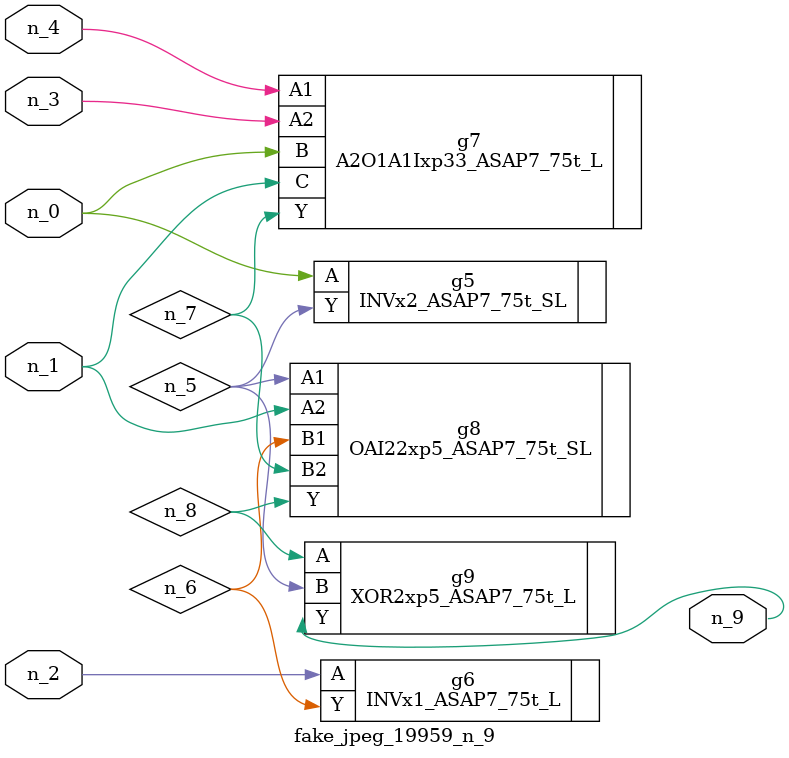
<source format=v>
module fake_jpeg_19959_n_9 (n_3, n_2, n_1, n_0, n_4, n_9);

input n_3;
input n_2;
input n_1;
input n_0;
input n_4;

output n_9;

wire n_8;
wire n_6;
wire n_5;
wire n_7;

INVx2_ASAP7_75t_SL g5 ( 
.A(n_0),
.Y(n_5)
);

INVx1_ASAP7_75t_L g6 ( 
.A(n_2),
.Y(n_6)
);

A2O1A1Ixp33_ASAP7_75t_L g7 ( 
.A1(n_4),
.A2(n_3),
.B(n_0),
.C(n_1),
.Y(n_7)
);

OAI22xp5_ASAP7_75t_SL g8 ( 
.A1(n_5),
.A2(n_1),
.B1(n_6),
.B2(n_7),
.Y(n_8)
);

XOR2xp5_ASAP7_75t_L g9 ( 
.A(n_8),
.B(n_5),
.Y(n_9)
);


endmodule
</source>
